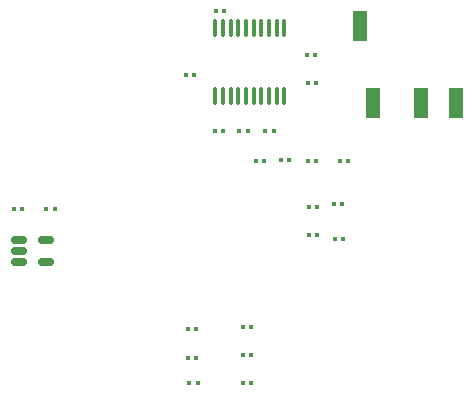
<source format=gbr>
%TF.GenerationSoftware,KiCad,Pcbnew,9.0.2*%
%TF.CreationDate,2025-08-05T13:11:18+05:30*%
%TF.ProjectId,dac,6461632e-6b69-4636-9164-5f7063625858,rev?*%
%TF.SameCoordinates,Original*%
%TF.FileFunction,Paste,Top*%
%TF.FilePolarity,Positive*%
%FSLAX46Y46*%
G04 Gerber Fmt 4.6, Leading zero omitted, Abs format (unit mm)*
G04 Created by KiCad (PCBNEW 9.0.2) date 2025-08-05 13:11:18*
%MOMM*%
%LPD*%
G01*
G04 APERTURE LIST*
G04 Aperture macros list*
%AMRoundRect*
0 Rectangle with rounded corners*
0 $1 Rounding radius*
0 $2 $3 $4 $5 $6 $7 $8 $9 X,Y pos of 4 corners*
0 Add a 4 corners polygon primitive as box body*
4,1,4,$2,$3,$4,$5,$6,$7,$8,$9,$2,$3,0*
0 Add four circle primitives for the rounded corners*
1,1,$1+$1,$2,$3*
1,1,$1+$1,$4,$5*
1,1,$1+$1,$6,$7*
1,1,$1+$1,$8,$9*
0 Add four rect primitives between the rounded corners*
20,1,$1+$1,$2,$3,$4,$5,0*
20,1,$1+$1,$4,$5,$6,$7,0*
20,1,$1+$1,$6,$7,$8,$9,0*
20,1,$1+$1,$8,$9,$2,$3,0*%
G04 Aperture macros list end*
%ADD10RoundRect,0.079500X-0.079500X-0.100500X0.079500X-0.100500X0.079500X0.100500X-0.079500X0.100500X0*%
%ADD11R,1.200000X2.500000*%
%ADD12RoundRect,0.079500X0.079500X0.100500X-0.079500X0.100500X-0.079500X-0.100500X0.079500X-0.100500X0*%
%ADD13RoundRect,0.150000X-0.512500X-0.150000X0.512500X-0.150000X0.512500X0.150000X-0.512500X0.150000X0*%
%ADD14RoundRect,0.100000X0.100000X-0.637500X0.100000X0.637500X-0.100000X0.637500X-0.100000X-0.637500X0*%
G04 APERTURE END LIST*
D10*
%TO.C,C4*%
X120855000Y-78200000D03*
X121545000Y-78200000D03*
%TD*%
%TO.C,C8*%
X128710000Y-74200000D03*
X129400000Y-74200000D03*
%TD*%
D11*
%TO.C,J4*%
X138250000Y-75850000D03*
X141250000Y-75850000D03*
X133150000Y-69350000D03*
X134250000Y-75850000D03*
%TD*%
D10*
%TO.C,R4*%
X128800000Y-87025000D03*
X129490000Y-87025000D03*
%TD*%
%TO.C,R6*%
X123200000Y-97200000D03*
X123890000Y-97200000D03*
%TD*%
%TO.C,C9*%
X128655000Y-71800000D03*
X129345000Y-71800000D03*
%TD*%
%TO.C,R3*%
X126405000Y-80700000D03*
X127095000Y-80700000D03*
%TD*%
%TO.C,C15*%
X118380000Y-73475000D03*
X119070000Y-73475000D03*
%TD*%
D12*
%TO.C,C7*%
X121590000Y-68075000D03*
X120900000Y-68075000D03*
%TD*%
D10*
%TO.C,C6*%
X125110000Y-78200000D03*
X125800000Y-78200000D03*
%TD*%
D13*
%TO.C,U2*%
X104262500Y-87450000D03*
X104262500Y-88400000D03*
X104262500Y-89350000D03*
X106537500Y-89350000D03*
X106537500Y-87450000D03*
%TD*%
D14*
%TO.C,U1*%
X120875000Y-75262500D03*
X121525000Y-75262500D03*
X122175000Y-75262500D03*
X122825000Y-75262500D03*
X123475000Y-75262500D03*
X124125000Y-75262500D03*
X124775000Y-75262500D03*
X125425000Y-75262500D03*
X126075000Y-75262500D03*
X126725000Y-75262500D03*
X126725000Y-69537500D03*
X126075000Y-69537500D03*
X125425000Y-69537500D03*
X124775000Y-69537500D03*
X124125000Y-69537500D03*
X123475000Y-69537500D03*
X122825000Y-69537500D03*
X122175000Y-69537500D03*
X121525000Y-69537500D03*
X120875000Y-69537500D03*
%TD*%
D10*
%TO.C,C13*%
X118575000Y-95000000D03*
X119265000Y-95000000D03*
%TD*%
%TO.C,R7*%
X123200000Y-99600000D03*
X123890000Y-99600000D03*
%TD*%
%TO.C,R8*%
X118675000Y-99550000D03*
X119365000Y-99550000D03*
%TD*%
%TO.C,R5*%
X123200000Y-94800000D03*
X123890000Y-94800000D03*
%TD*%
%TO.C,R2*%
X124280000Y-80750000D03*
X124970000Y-80750000D03*
%TD*%
%TO.C,C10*%
X128735000Y-80800000D03*
X129425000Y-80800000D03*
%TD*%
%TO.C,C11*%
X131455000Y-80800000D03*
X132145000Y-80800000D03*
%TD*%
%TO.C,C1*%
X103855000Y-84800000D03*
X104545000Y-84800000D03*
%TD*%
D12*
%TO.C,C3*%
X131665000Y-87400000D03*
X130975000Y-87400000D03*
%TD*%
D10*
%TO.C,C14*%
X118575000Y-97450000D03*
X119265000Y-97450000D03*
%TD*%
%TO.C,C2*%
X106575000Y-84800000D03*
X107265000Y-84800000D03*
%TD*%
%TO.C,C5*%
X122910000Y-78200000D03*
X123600000Y-78200000D03*
%TD*%
%TO.C,C12*%
X130910000Y-84400000D03*
X131600000Y-84400000D03*
%TD*%
%TO.C,R1*%
X128800000Y-84625000D03*
X129490000Y-84625000D03*
%TD*%
M02*

</source>
